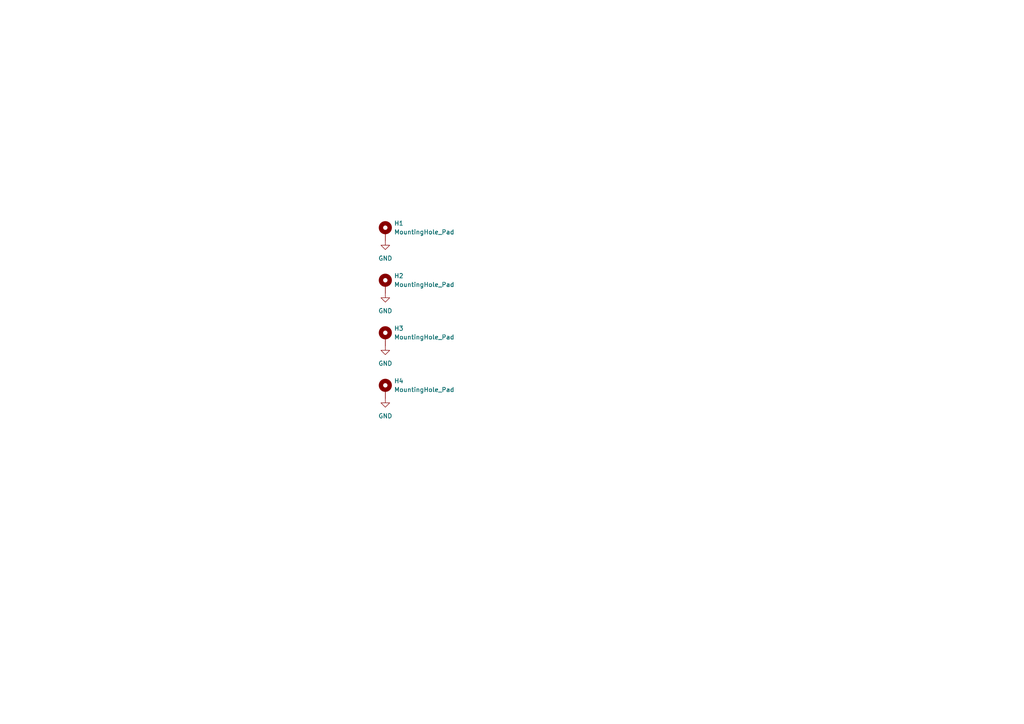
<source format=kicad_sch>
(kicad_sch (version 20230121) (generator eeschema)
  (paper "A4")
  (lib_symbols
    (symbol "Mechanical:MountingHole_Pad" (pin_numbers hide) (pin_names (offset 1.016) hide)
      (property "Reference" "H" (at 0 6.35 0))
      (property "Value" "MountingHole_Pad" (at 0 4.445 0))
      (symbol "MountingHole_Pad_0_1"
        (circle (center 0 1.27) (radius 1.27) (stroke (width 1.27)))
      )
      (symbol "MountingHole_Pad_1_1"
        (pin input line (at 0 -2.54 90) (length 2.54) (name "1") (number "1"))
      )
    )
    (symbol "power:GND" (power) (pin_names (offset 0))
      (property "Value" "GND" (at 0 -3.81 0))
      (symbol "GND_0_1"
        (polyline (pts (xy 0 0) (xy 0 -1.27) (xy 1.27 -1.27) (xy 0 -2.54) (xy -1.27 -1.27) (xy 0 -1.27)))
      )
      (symbol "GND_1_1"
        (pin power_in line (at 0 0 270) (length 0) hide (name "GND") (number "1"))
      )
    )
  )
  (symbol (lib_id "power:GND") (at 111.76 100.33 0) (unit 1)
    (property "Reference" "#PWR0120" (effects hide))
    (property "Value" "GND" (at 111.76 105.41 0))
  )
  (symbol (lib_id "power:GND") (at 111.76 85.09 0) (unit 1)
    (property "Reference" "#PWR0127" (effects hide))
    (property "Value" "GND" (at 111.76 90.17 0))
  )
  (symbol (lib_id "power:GND") (at 111.76 69.85 0) (unit 1)
    (property "Reference" "#PWR0123" (effects hide))
    (property "Value" "GND" (at 111.76 74.93 0))
  )
  (symbol (lib_id "Mechanical:MountingHole_Pad") (at 111.76 82.55 0) (unit 1)
    (property "Reference" "H2" (at 114.3 80.0099 0) (effects (justify left)))
    (property "Value" "MountingHole_Pad" (at 114.3 82.5499 0) (effects (justify left)))
    (property "Footprint" "MountingHole:MountingHole_5.3mm_M5_DIN965_Pad" (effects hide))
  )
  (symbol (lib_id "power:GND") (at 111.76 115.57 0) (unit 1)
    (property "Reference" "#PWR0126" (effects hide))
    (property "Value" "GND" (at 111.76 120.65 0))
  )
  (symbol (lib_id "Mechanical:MountingHole_Pad") (at 111.76 113.03 0) (unit 1)
    (property "Reference" "H4" (at 114.3 110.4899 0) (effects (justify left)))
    (property "Value" "MountingHole_Pad" (at 114.3 113.0299 0) (effects (justify left)))
    (property "Footprint" "MountingHole:MountingHole_5.3mm_M5_DIN965_Pad" (effects hide))
  )
  (symbol (lib_id "Mechanical:MountingHole_Pad") (at 111.76 97.79 0) (unit 1)
    (property "Reference" "H3" (at 114.3 95.2499 0) (effects (justify left)))
    (property "Value" "MountingHole_Pad" (at 114.3 97.7899 0) (effects (justify left)))
    (property "Footprint" "MountingHole:MountingHole_5.3mm_M5_DIN965_Pad" (effects hide))
  )
  (symbol (lib_id "Mechanical:MountingHole_Pad") (at 111.76 67.31 0) (unit 1)
    (property "Reference" "H1" (at 114.3 64.7699 0) (effects (justify left)))
    (property "Value" "MountingHole_Pad" (at 114.3 67.3099 0) (effects (justify left)))
    (property "Footprint" "MountingHole:MountingHole_5.3mm_M5_DIN965_Pad" (effects hide))
  )
)
</source>
